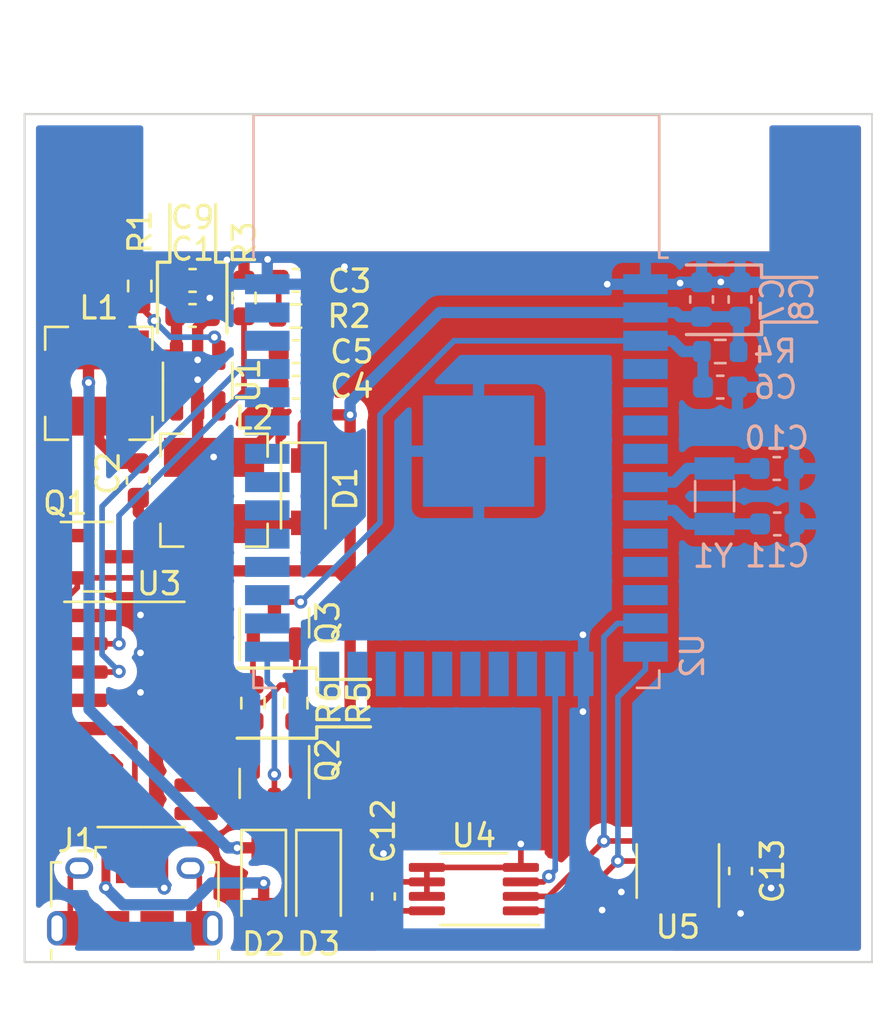
<source format=kicad_pcb>
(kicad_pcb (version 20211014) (generator pcbnew)
  (layers (0 "F.Cu" signal) (31 "B.Cu" signal) (34 "B.Paste" user) (35 "F.Paste" user) (36 "B.SilkS" user "B.Silkscreen") (37 "F.SilkS" user "F.Silkscreen") (38 "B.Mask" user) (39 "F.Mask" user) (44 "Edge.Cuts" user))
  (net 0 "")
  (net 1 "GND")
  (net 2 "Net-(C2-Pad1)")
  (net 3 "Net-(C2-Pad2)")
  (net 4 "/3v3")
  (net 5 "Net-(C3-Pad2)")
  (net 6 "/ESP_EN")
  (net 7 "Net-(R1-Pad2)")
  (net 12 "Net-(C10-Pad1)")
  (net 13 "Net-(C11-Pad1)")
  (net 25 "/USB_5v")
  (net 33 "Net-(J1-Pad2)")
  (net 34 "Net-(J1-Pad3)")
  (net 38 "unconnected-(J1-Pad6)")
  (net 39 "Net-(Q1-Pad2)")
  (net 40 "Net-(Q2-Pad1)")
  (net 41 "/DTR")
  (net 42 "/IO0")
  (net 43 "Net-(Q3-Pad1)")
  (net 44 "/RTS")
  (net 45 "/ESP_RX")
  (net 46 "/ESP_TX")
  (net 54 "/I2C1_SDA")
  (net 55 "/I2C1_SCL")
  (net 56 "/TEMP_INT")
  (net 57 "/B+")
  (net 58 "/Vin")
  (footprint "Resistor_SMD:R_0603_1608Metric" (layer "F.Cu") (at 75.692 64.5668 -90)
    (fp_text reference "R5" (at 0 -2.827 90) (layer "F.SilkS"))
    (fp_text value "10k")
    (pad "1" smd roundrect (at -0.825 0 270) (size 0.8 0.95) (layers "F.Cu" "F.Paste" "F.Mask") (net 44 "/RTS"))
    (pad "2" smd roundrect (at 0.825 0 270) (size 0.8 0.95) (layers "F.Cu" "F.Paste" "F.Mask") (net 40 "Net-(Q2-Pad1)"))
  )
  (footprint "Resistor_SMD:R_0603_1608Metric" (layer "F.Cu") (at 73.3587 46.3625 90)
    (fp_text reference "R3" (at 2.4638 0.0178 90) (layer "F.SilkS"))
    (fp_text value "10.2k")
    (pad "1" smd roundrect (at -0.825 0 90) (size 0.8 0.95) (layers "F.Cu" "F.Paste" "F.Mask") (net 5 "Net-(C3-Pad2)"))
    (pad "2" smd roundrect (at 0.825 0 90) (size 0.8 0.95) (layers "F.Cu" "F.Paste" "F.Mask") (net 1 "GND"))
  )
  (footprint "Capacitor_SMD:C_0603_1608Metric" (layer "F.Cu") (at 71.0473 47.1499)
    (fp_text reference "C1" (at 0 -2.9794) (layer "F.SilkS"))
    (fp_text value "22uF")
    (pad "1" smd roundrect (at -0.775 0) (size 0.9 0.95) (layers "F.Cu" "F.Paste" "F.Mask") (net 58 "/Vin"))
    (pad "2" smd roundrect (at 0.775 0) (size 0.9 0.95) (layers "F.Cu" "F.Paste" "F.Mask") (net 1 "GND"))
  )
  (footprint "Package_SO:MSOP-8_3x3mm_P0.65mm" (layer "F.Cu") (at 83.693 72.9234 180)
    (fp_text reference "U4" (at 0 2.4014) (layer "F.SilkS"))
    (fp_text value "LM75B")
    (pad "1" smd roundrect (at -2.1125 -0.975 180) (size 1.625 0.4) (layers "F.Cu" "F.Paste" "F.Mask") (net 54 "/I2C1_SDA"))
    (pad "2" smd roundrect (at -2.1125 -0.325 180) (size 1.625 0.4) (layers "F.Cu" "F.Paste" "F.Mask") (net 55 "/I2C1_SCL"))
    (pad "3" smd roundrect (at -2.1125 0.325 180) (size 1.625 0.4) (layers "F.Cu" "F.Paste" "F.Mask") (net 56 "/TEMP_INT"))
    (pad "4" smd roundrect (at -2.1125 0.975 180) (size 1.625 0.4) (layers "F.Cu" "F.Paste" "F.Mask") (net 1 "GND"))
    (pad "5" smd roundrect (at 2.1125 0.975 180) (size 1.625 0.4) (layers "F.Cu" "F.Paste" "F.Mask") (net 1 "GND"))
    (pad "6" smd roundrect (at 2.1125 0.325 180) (size 1.625 0.4) (layers "F.Cu" "F.Paste" "F.Mask") (net 1 "GND"))
    (pad "7" smd roundrect (at 2.1125 -0.325 180) (size 1.625 0.4) (layers "F.Cu" "F.Paste" "F.Mask") (net 1 "GND"))
    (pad "8" smd roundrect (at 2.1125 -0.975 180) (size 1.625 0.4) (layers "F.Cu" "F.Paste" "F.Mask") (net 4 "/3v3"))
  )
  (footprint "Capacitor_SMD:C_0603_1608Metric" (layer "F.Cu") (at 75.6955 45.5751 180)
    (fp_text reference "C3" (at -2.413 -0.033) (layer "F.SilkS"))
    (fp_text value "2.2uF")
    (pad "1" smd roundrect (at -0.775 0 180) (size 0.9 0.95) (layers "F.Cu" "F.Paste" "F.Mask") (net 4 "/3v3"))
    (pad "2" smd roundrect (at 0.775 0 180) (size 0.9 0.95) (layers "F.Cu" "F.Paste" "F.Mask") (net 5 "Net-(C3-Pad2)"))
  )
  (footprint "Diode_SMD:D_SOD-123F" (layer "F.Cu") (at 76.7114 72.4662 -90)
    (fp_text reference "D3" (at 2.9176 0.0034) (layer "F.SilkS"))
    (fp_text value "1A/20V")
    (pad "1" smd rect (at -1.4 0 270) (size 1.1 1.1) (layers "F.Cu" "F.Paste" "F.Mask") (net 58 "/Vin"))
    (pad "2" smd rect (at 1.4 0 270) (size 1.1 1.1) (layers "F.Cu" "F.Paste" "F.Mask") (net 57 "/B+"))
  )
  (footprint "Package_TO_SOT_SMD:SOT-23" (layer "F.Cu") (at 66.802 57.9882)
    (fp_text reference "Q1" (at -1.4732 -2.4006) (layer "F.SilkS"))
    (fp_text value "Q_NPN_BEC")
    (pad "1" smd roundrect (at -0.9375 -0.95) (size 1.475 0.6) (layers "F.Cu" "F.Paste" "F.Mask") (net 25 "/USB_5v"))
    (pad "2" smd roundrect (at -0.9375 0.95) (size 1.475 0.6) (layers "F.Cu" "F.Paste" "F.Mask") (net 39 "Net-(Q1-Pad2)"))
    (pad "3" smd roundrect (at 0.9375 0) (size 1.475 0.6) (layers "F.Cu" "F.Paste" "F.Mask") (net 4 "/3v3"))
  )
  (footprint "Capacitor_SMD:C_0603_1608Metric" (layer "F.Cu") (at 95.6818 72.1106 -90)
    (fp_text reference "C13" (at 0 -1.43 90) (layer "F.SilkS"))
    (fp_text value "4.7uF")
    (pad "1" smd roundrect (at -0.775 0 270) (size 0.9 0.95) (layers "F.Cu" "F.Paste" "F.Mask") (net 4 "/3v3"))
    (pad "2" smd roundrect (at 0.775 0 270) (size 0.9 0.95) (layers "F.Cu" "F.Paste" "F.Mask") (net 1 "GND"))
  )
  (footprint "Resistor_SMD:R_0603_1608Metric" (layer "F.Cu") (at 68.6741 45.8251 -90)
    (fp_text reference "R1" (at -2.4384 -0.0076 90) (layer "F.SilkS"))
    (fp_text value "100k")
    (pad "1" smd roundrect (at -0.825 0 270) (size 0.8 0.95) (layers "F.Cu" "F.Paste" "F.Mask") (net 58 "/Vin"))
    (pad "2" smd roundrect (at 0.825 0 270) (size 0.8 0.95) (layers "F.Cu" "F.Paste" "F.Mask") (net 7 "Net-(R1-Pad2)"))
  )
  (footprint "Package_TO_SOT_SMD:SOT-23" (layer "F.Cu") (at 74.7268 60.96 90)
    (fp_text reference "Q3" (at 0 2.4006 90) (layer "F.SilkS"))
    (fp_text value "Q_NPN_BEC")
    (pad "1" smd roundrect (at -0.9375 -0.95 90) (size 1.475 0.6) (layers "F.Cu" "F.Paste" "F.Mask") (net 43 "Net-(Q3-Pad1)"))
    (pad "2" smd roundrect (at -0.9375 0.95 90) (size 1.475 0.6) (layers "F.Cu" "F.Paste" "F.Mask") (net 44 "/RTS"))
    (pad "3" smd roundrect (at 0.9375 0 90) (size 1.475 0.6) (layers "F.Cu" "F.Paste" "F.Mask") (net 6 "/ESP_EN"))
  )
  (footprint "ESP_Sensor_Board:HP203B" (layer "F.Cu") (at 92.8624 72.1106 90)
    (fp_text reference "U5" (at -2.5158 0) (layer "F.SilkS"))
    (fp_text value "HP203B")
    (pad "1" smd rect (at -1.35 1.25 90) (size 0.5 0.8) (layers "F.Cu" "F.Paste" "F.Mask"))
    (pad "2" smd rect (at -0.45 1.25 90) (size 0.5 0.8) (layers "F.Cu" "F.Paste" "F.Mask") (net 1 "GND"))
    (pad "3" smd rect (at 0.45 1.25 90) (size 0.5 0.8) (layers "F.Cu" "F.Paste" "F.Mask") (net 4 "/3v3"))
    (pad "4" smd rect (at 1.35 1.25 90) (size 0.5 0.8) (layers "F.Cu" "F.Paste" "F.Mask"))
    (pad "5" smd rect (at 1.35 -1.25 90) (size 0.5 0.8) (layers "F.Cu" "F.Paste" "F.Mask") (net 55 "/I2C1_SCL"))
    (pad "6" smd rect (at 0.45 -1.25 90) (size 0.5 0.8) (layers "F.Cu" "F.Paste" "F.Mask") (net 54 "/I2C1_SDA"))
    (pad "7" smd rect (at -0.45 -1.25 90) (size 0.5 0.8) (layers "F.Cu" "F.Paste" "F.Mask"))
    (pad "8" smd rect (at -1.35 -1.25 90) (size 0.5 0.8) (layers "F.Cu" "F.Paste" "F.Mask") (net 1 "GND"))
  )
  (footprint "Package_TO_SOT_SMD:SOT-23" (layer "F.Cu") (at 74.7268 68.1736 -90)
    (fp_text reference "Q2" (at -1.0414 -2.4 90) (layer "F.SilkS"))
    (fp_text value "Q_NPN_BEC")
    (pad "1" smd roundrect (at -0.9375 -0.95 270) (size 1.475 0.6) (layers "F.Cu" "F.Paste" "F.Mask") (net 40 "Net-(Q2-Pad1)"))
    (pad "2" smd roundrect (at -0.9375 0.95 270) (size 1.475 0.6) (layers "F.Cu" "F.Paste" "F.Mask") (net 41 "/DTR"))
    (pad "3" smd roundrect (at 0.9375 0 270) (size 1.475 0.6) (layers "F.Cu" "F.Paste" "F.Mask") (net 42 "/IO0"))
  )
  (footprint "Capacitor_SMD:C_0603_1608Metric" (layer "F.Cu") (at 75.6955 48.7755 180)
    (fp_text reference "C5" (at -2.5146 -0.0076) (layer "F.SilkS"))
    (fp_text value "100nF")
    (pad "1" smd roundrect (at -0.775 0 180) (size 0.9 0.95) (layers "F.Cu" "F.Paste" "F.Mask") (net 4 "/3v3"))
    (pad "2" smd roundrect (at 0.775 0 180) (size 0.9 0.95) (layers "F.Cu" "F.Paste" "F.Mask") (net 1 "GND"))
  )
  (footprint "ESP_Sensor_Board:L_4.5x3.2" (layer "F.Cu") (at 72.0125 55.0493 90)
    (fp_text reference "L2" (at 3.2984 1.8034) (layer "F.SilkS"))
    (fp_text value "6.8uH/1.2A")
    (pad "1" smd rect (at -1.45 0 90) (size 1.75 4.5) (layers "F.Cu" "F.Paste" "F.Mask") (net 3 "Net-(C2-Pad2)"))
    (pad "2" smd rect (at 1.525 0 90) (size 1.75 4.5) (layers "F.Cu" "F.Paste" "F.Mask") (net 1 "GND"))
  )
  (footprint "Diode_SMD:D_SOD-123F" (layer "F.Cu") (at 76.0222 55.0672 -90)
    (fp_text reference "D1" (at -0.127 -1.905 -90) (layer "F.SilkS"))
    (fp_text value "1A/20V")
    (pad "1" smd rect (at -1.4 0 270) (size 1.1 1.1) (layers "F.Cu" "F.Paste" "F.Mask") (net 4 "/3v3"))
    (pad "2" smd rect (at 1.4 0 270) (size 1.1 1.1) (layers "F.Cu" "F.Paste" "F.Mask") (net 3 "Net-(C2-Pad2)"))
  )
  (footprint "Capacitor_SMD:C_0603_1608Metric" (layer "F.Cu") (at 71.0473 45.5751)
    (fp_text reference "C9" (at 0 -2.827) (layer "F.SilkS"))
    (fp_text value "100nF")
    (pad "1" smd roundrect (at -0.775 0) (size 0.9 0.95) (layers "F.Cu" "F.Paste" "F.Mask") (net 58 "/Vin"))
    (pad "2" smd roundrect (at 0.775 0) (size 0.9 0.95) (layers "F.Cu" "F.Paste" "F.Mask") (net 1 "GND"))
  )
  (footprint "Package_SO:SOIC-16_3.9x9.9mm_P1.27mm" (layer "F.Cu") (at 68.7324 65.0748)
    (fp_text reference "U3" (at 0.8128 -5.8746) (layer "F.SilkS"))
    (fp_text value "CH340C")
    (pad "1" smd roundrect (at -2.475 -4.445) (size 1.95 0.6) (layers "F.Cu" "F.Paste" "F.Mask") (net 1 "GND"))
    (pad "2" smd roundrect (at -2.475 -3.175) (size 1.95 0.6) (layers "F.Cu" "F.Paste" "F.Mask") (net 45 "/ESP_RX"))
    (pad "3" smd roundrect (at -2.475 -1.905) (size 1.95 0.6) (layers "F.Cu" "F.Paste" "F.Mask") (net 46 "/ESP_TX"))
    (pad "4" smd roundrect (at -2.475 -0.635) (size 1.95 0.6) (layers "F.Cu" "F.Paste" "F.Mask") (net 39 "Net-(Q1-Pad2)"))
    (pad "5" smd roundrect (at -2.475 0.635) (size 1.95 0.6) (layers "F.Cu" "F.Paste" "F.Mask") (net 34 "Net-(J1-Pad3)"))
    (pad "6" smd roundrect (at -2.475 1.905) (size 1.95 0.6) (layers "F.Cu" "F.Paste" "F.Mask") (net 33 "Net-(J1-Pad2)"))
    (pad "7" smd roundrect (at -2.475 3.175) (size 1.95 0.6) (layers "F.Cu" "F.Paste" "F.Mask"))
    (pad "8" smd roundrect (at -2.475 4.445) (size 1.95 0.6) (layers "F.Cu" "F.Paste" "F.Mask"))
    (pad "9" smd roundrect (at 2.475 4.445) (size 1.95 0.6) (layers "F.Cu" "F.Paste" "F.Mask"))
    (pad "10" smd roundrect (at 2.475 3.175) (size 1.95 0.6) (layers "F.Cu" "F.Paste" "F.Mask"))
    (pad "11" smd roundrect (at 2.475 1.905) (size 1.95 0.6) (layers "F.Cu" "F.Paste" "F.Mask"))
    (pad "12" smd roundrect (at 2.475 0.635) (size 1.95 0.6) (layers "F.Cu" "F.Paste" "F.Mask"))
    (pad "13" smd roundrect (at 2.475 -0.635) (size 1.95 0.6) (layers "F.Cu" "F.Paste" "F.Mask") (net 41 "/DTR"))
    (pad "14" smd roundrect (at 2.475 -1.905) (size 1.95 0.6) (layers "F.Cu" "F.Paste" "F.Mask") (net 44 "/RTS"))
    (pad "15" smd roundrect (at 2.475 -3.175) (size 1.95 0.6) (layers "F.Cu" "F.Paste" "F.Mask"))
    (pad "16" smd roundrect (at 2.475 -4.445) (size 1.95 0.6) (layers "F.Cu" "F.Paste" "F.Mask") (net 39 "Net-(Q1-Pad2)"))
  )
  (footprint "Diode_SMD:D_SOD-123F" (layer "F.Cu") (at 74.2442 72.4662 -90)
    (fp_text reference "D2" (at 2.921 0) (layer "F.SilkS"))
    (fp_text value "1A/20V")
    (pad "1" smd rect (at -1.4 0 270) (size 1.1 1.1) (layers "F.Cu" "F.Paste" "F.Mask") (net 58 "/Vin"))
    (pad "2" smd rect (at 1.4 0 270) (size 1.1 1.1) (layers "F.Cu" "F.Paste" "F.Mask") (net 25 "/USB_5v"))
  )
  (footprint "ESP_Sensor_Board:L_4.5x3.2" (layer "F.Cu") (at 66.8309 50.1471 -90)
    (fp_text reference "L1" (at -3.342 -0.004 180) (layer "F.SilkS"))
    (fp_text value "6.8uH/1.2A")
    (pad "1" smd rect (at -1.45 0 270) (size 1.75 4.5) (layers "F.Cu" "F.Paste" "F.Mask") (net 58 "/Vin"))
    (pad "2" smd rect (at 1.525 0 270) (size 1.75 4.5) (layers "F.Cu" "F.Paste" "F.Mask") (net 2 "Net-(C2-Pad1)"))
  )
  (footprint "Connector_USB:USB_Micro-B_Amphenol_10118194_Horizontal" (layer "F.Cu") (at 68.453 73.3806)
    (fp_text reference "J1" (at -2.6162 -2.6364) (layer "F.SilkS"))
    (fp_text value "USB_B_Micro")
    (pad "1" smd rect (at -1.3 -1.4) (size 0.4 1.35) (layers "F.Cu" "F.Paste" "F.Mask") (net 25 "/USB_5v"))
    (pad "2" smd rect (at -0.65 -1.4) (size 0.4 1.35) (layers "F.Cu" "F.Paste" "F.Mask") (net 33 "Net-(J1-Pad2)"))
    (pad "3" smd rect (at 0 -1.4) (size 0.4 1.35) (layers "F.Cu" "F.Paste" "F.Mask") (net 34 "Net-(J1-Pad3)"))
    (pad "4" smd rect (at 0.65 -1.4) (size 0.4 1.35) (layers "F.Cu" "F.Paste" "F.Mask"))
    (pad "5" smd rect (at 1.3 -1.4) (size 0.4 1.35) (layers "F.Cu" "F.Paste" "F.Mask") (net 1 "GND"))
    (pad "6" smd rect (at 2.9 1.3) (size 1.2 1.55) (layers "F.Cu" "F.Paste" "F.Mask") (net 38 "unconnected-(J1-Pad6)"))
    (pad "6" thru_hole oval (at 3.5 1.3) (size 0.89 1.55) (drill oval 0.5 1.15) (layers *.Cu *.Mask) (net 38 "unconnected-(J1-Pad6)"))
    (pad "6" thru_hole oval (at -2.5 -1.4) (size 1.25 0.95) (drill oval 0.85 0.55) (layers *.Cu *.Mask) (net 38 "unconnected-(J1-Pad6)"))
    (pad "6" smd rect (at 1 1.3) (size 1.5 1.55) (layers "F.Cu" "F.Paste" "F.Mask") (net 38 "unconnected-(J1-Pad6)"))
    (pad "6" thru_hole oval (at -3.5 1.3) (size 0.89 1.55) (drill oval 0.5 1.15) (layers *.Cu *.Mask) (net 38 "unconnected-(J1-Pad6)"))
    (pad "6" thru_hole oval (at 2.5 -1.4) (size 1.25 0.95) (drill oval 0.85 0.55) (layers *.Cu *.Mask) (net 38 "unconnected-(J1-Pad6)"))
    (pad "6" smd rect (at -1 1.3) (size 1.5 1.55) (layers "F.Cu" "F.Paste" "F.Mask") (net 38 "unconnected-(J1-Pad6)"))
    (pad "6" smd rect (at -2.9 1.3) (size 1.2 1.55) (layers "F.Cu" "F.Paste" "F.Mask") (net 38 "unconnected-(J1-Pad6)"))
  )
  (footprint "Capacitor_SMD:C_0603_1608Metric" (layer "F.Cu") (at 68.6089 54.5667 -90)
    (fp_text reference "C2" (at -0.3302 1.364 90) (layer "F.SilkS"))
    (fp_text value "2.2uF")
    (pad "1" smd roundrect (at -0.775 0 270) (size 0.9 0.95) (layers "F.Cu" "F.Paste" "F.Mask") (net 2 "Net-(C2-Pad1)"))
    (pad "2" smd roundrect (at 0.775 0 270) (size 0.9 0.95) (layers "F.Cu" "F.Paste" "F.Mask") (net 3 "Net-(C2-Pad2)"))
  )
  (footprint "Capacitor_SMD:C_0603_1608Metric" (layer "F.Cu") (at 79.629 73.2536 90)
    (fp_text reference "C12" (at 2.9464 -0.0076 90) (layer "F.SilkS"))
    (fp_text value "100nF")
    (pad "1" smd roundrect (at -0.775 0 90) (size 0.9 0.95) (layers "F.Cu" "F.Paste" "F.Mask") (net 4 "/3v3"))
    (pad "2" smd roundrect (at 0.775 0 90) (size 0.9 0.95) (layers "F.Cu" "F.Paste" "F.Mask") (net 1 "GND"))
  )
  (footprint "Package_TO_SOT_SMD:SOT-23-5" (layer "F.Cu") (at 71.2759 50.0709 90)
    (fp_text reference "U1" (at 0 2.286 90) (layer "F.SilkS"))
    (fp_text value "LMR62421XMF")
    (pad "1" smd roundrect (at -1.1375 -0.95 90) (size 1.325 0.6) (layers "F.Cu" "F.Paste" "F.Mask") (net 2 "Net-(C2-Pad1)"))
    (pad "2" smd roundrect (at -1.1375 0 90) (size 1.325 0.6) (layers "F.Cu" "F.Paste" "F.Mask") (net 1 "GND"))
    (pad "3" smd roundrect (at -1.1375 0.95 90) (size 1.325 0.6) (layers "F.Cu" "F.Paste" "F.Mask") (net 5 "Net-(C3-Pad2)"))
    (pad "4" smd roundrect (at 1.1375 0.95 90) (size 1.325 0.6) (layers "F.Cu" "F.Paste" "F.Mask") (net 7 "Net-(R1-Pad2)"))
    (pad "5" smd roundrect (at 1.1375 -0.95 90) (size 1.325 0.6) (layers "F.Cu" "F.Paste" "F.Mask") (net 58 "/Vin"))
  )
  (footprint "Resistor_SMD:R_0603_1608Metric" (layer "F.Cu") (at 73.7616 64.5668 90)
    (fp_text reference "R6" (at 0 3.4214 90) (layer "F.SilkS"))
    (fp_text value "10k")
    (pad "1" smd roundrect (at -0.825 0 90) (size 0.8 0.95) (layers "F.Cu" "F.Paste" "F.Mask") (net 41 "/DTR"))
    (pad "2" smd roundrect (at 0.825 0 90) (size 0.8 0.95) (layers "F.Cu" "F.Paste" "F.Mask") (net 43 "Net-(Q3-Pad1)"))
  )
  (footprint "Capacitor_SMD:C_0603_1608Metric" (layer "F.Cu") (at 75.6955 50.3757 180)
    (fp_text reference "C4" (at -2.5146 0.0432) (layer "F.SilkS"))
    (fp_text value "10uF")
    (pad "1" smd roundrect (at -0.775 0 180) (size 0.9 0.95) (layers "F.Cu" "F.Paste" "F.Mask") (net 4 "/3v3"))
    (pad "2" smd roundrect (at 0.775 0 180) (size 0.9 0.95) (layers "F.Cu" "F.Paste" "F.Mask") (net 1 "GND"))
  )
  (footprint "Resistor_SMD:R_0603_1608Metric" (layer "F.Cu") (at 75.6955 47.1753 180)
    (fp_text reference "R2" (at -2.3876 -0.0076) (layer "F.SilkS"))
    (fp_text value "16.5k")
    (pad "1" smd roundrect (at -0.825 0 180) (size 0.8 0.95) (layers "F.Cu" "F.Paste" "F.Mask") (net 4 "/3v3"))
    (pad "2" smd roundrect (at 0.825 0 180) (size 0.8 0.95) (layers "F.Cu" "F.Paste" "F.Mask") (net 5 "Net-(C3-Pad2)"))
  )
  (footprint "Capacitor_SMD:C_0603_1608Metric" (layer "B.Cu") (at 94.7674 50.3682)
    (fp_text reference "C6" (at 2.4892 0.0076) (layer "B.SilkS") (effects (justify mirror)))
    (fp_text value "1uF")
    (pad "1" smd roundrect (at -0.775 0) (size 0.9 0.95) (layers "B.Cu" "B.Paste" "B.Mask") (net 6 "/ESP_EN"))
    (pad "2" smd roundrect (at 0.775 0) (size 0.9 0.95) (layers "B.Cu" "B.Paste" "B.Mask") (net 1 "GND"))
  )
  (footprint "Capacitor_SMD:C_0603_1608Metric" (layer "B.Cu") (at 97.3328 56.515)
    (fp_text reference "C11" (at 0 1.43) (layer "B.SilkS") (effects (justify mirror)))
    (fp_text value "15pF")
    (pad "1" smd roundrect (at -0.775 0) (size 0.9 0.95) (layers "B.Cu" "B.Paste" "B.Mask") (net 13 "Net-(C11-Pad1)"))
    (pad "2" smd roundrect (at 0.775 0) (size 0.9 0.95) (layers "B.Cu" "B.Paste" "B.Mask") (net 1 "GND"))
  )
  (footprint "Capacitor_SMD:C_0603_1608Metric" (layer "B.Cu") (at 95.6564 46.4312 90)
    (fp_text reference "C8" (at 0 2.7762 90) (layer "B.SilkS") (effects (justify mirror)))
    (fp_text value "100nF")
    (pad "1" smd roundrect (at -0.775 0 90) (size 0.9 0.95) (layers "B.Cu" "B.Paste" "B.Mask") (net 4 "/3v3"))
    (pad "2" smd roundrect (at 0.775 0 90) (size 0.9 0.95) (layers "B.Cu" "B.Paste" "B.Mask") (net 1 "GND"))
  )
  (footprint "Resistor_SMD:R_0603_1608Metric" (layer "B.Cu") (at 94.7674 48.768 180)
    (fp_text reference "R4" (at -2.4638 0.0076) (layer "B.SilkS") (effects (justify mirror)))
    (fp_text value "10k")
    (pad "1" smd roundrect (at -0.825 0 180) (size 0.8 0.95) (layers "B.Cu" "B.Paste" "B.Mask") (net 4 "/3v3"))
    (pad "2" smd roundrect (at 0.825 0 180) (size 0.8 0.95) (layers "B.Cu" "B.Paste" "B.Mask") (net 6 "/ESP_EN"))
  )
  (footprint "Crystal:Crystal_SMD_3215-2Pin_3.2x1.5mm" (layer "B.Cu") (at 94.5134 55.2704 -90)
    (fp_text reference "Y1" (at 2.6924 0.0696) (layer "B.SilkS") (effects (justify mirror)))
    (fp_text value "32.768kHz")
    (pad "1" smd rect (at 1.25 0 270) (size 1 1.8) (layers "B.Cu" "B.Paste" "B.Mask") (net 13 "Net-(C11-Pad1)"))
    (pad "2" smd rect (at -1.25 0 270) (size 1 1.8) (layers "B.Cu" "B.Paste" "B.Mask") (net 12 "Net-(C10-Pad1)"))
  )
  (footprint "Capacitor_SMD:C_0603_1608Metric" (layer "B.Cu") (at 97.3074 54.0258)
    (fp_text reference "C10" (at 0 -1.364) (layer "B.SilkS") (effects (justify mirror)))
    (fp_text value "15pF")
    (pad "1" smd roundrect (at -0.775 0) (size 0.9 0.95) (layers "B.Cu" "B.Paste" "B.Mask") (net 12 "Net-(C10-Pad1)"))
    (pad "2" smd roundrect (at 0.775 0) (size 0.9 0.95) (layers "B.Cu" "B.Paste" "B.Mask") (net 1 "GND"))
  )
  (footprint "RF_Module:ESP32-WROOM-32" (layer "B.Cu") (at 82.9056 54.0004 180)
    (fp_text reference "U2" (at -10.61 -8.43 90) (layer "B.SilkS") (effects (justify mirror)))
    (fp_text value "ESP32-WROOM-32D")
    (pad "1" smd rect (at -8.5 8.255 180) (size 2 0.9) (layers "B.Cu" "B.Paste" "B.Mask") (net 1 "GND"))
    (pad "2" smd rect (at -8.5 6.985 180) (size 2 0.9) (layers "B.Cu" "B.Paste" "B.Mask") (net 4 "/3v3"))
    (pad "3" smd rect (at -8.5 5.715 180) (size 2 0.9) (layers "B.Cu" "B.Paste" "B.Mask") (net 6 "/ESP_EN"))
    (pad "4" smd rect (at -8.5 4.445 180) (size 2 0.9) (layers "B.Cu" "B.Paste" "B.Mask"))
    (pad "5" smd rect (at -8.5 3.175 180) (size 2 0.9) (layers "B.Cu" "B.Paste" "B.Mask"))
    (pad "6" smd rect (at -8.5 1.905 180) (size 2 0.9) (layers "B.Cu" "B.Paste" "B.Mask"))
    (pad "7" smd rect (at -8.5 0.635 180) (size 2 0.9) (layers "B.Cu" "B.Paste" "B.Mask"))
    (pad "8" smd rect (at -8.5 -0.635 180) (size 2 0.9) (layers "B.Cu" "B.Paste" "B.Mask") (net 12 "Net-(C10-Pad1)"))
    (pad "9" smd rect (at -8.5 -1.905 180) (size 2 0.9) (layers "B.Cu" "B.Paste" "B.Mask") (net 13 "Net-(C11-Pad1)"))
    (pad "10" smd rect (at -8.5 -3.175 180) (size 2 0.9) (layers "B.Cu" "B.Paste" "B.Mask"))
    (pad "11" smd rect (at -8.5 -4.445 180) (size 2 0.9) (layers "B.Cu" "B.Paste" "B.Mask"))
    (pad "12" smd rect (at -8.5 -5.715 180) (size 2 0.9) (layers "B.Cu" "B.Paste" "B.Mask"))
    (pad "13" smd rect (at -8.5 -6.985 180) (size 2 0.9) (layers "B.Cu" "B.Paste" "B.Mask") (net 55 "/I2C1_SCL"))
    (pad "14" smd rect (at -8.5 -8.255 180) (size 2 0.9) (layers "B.Cu" "B.Paste" "B.Mask") (net 54 "/I2C1_SDA"))
    (pad "15" smd rect (at -5.715 -9.255 90) (size 2 0.9) (layers "B.Cu" "B.Paste" "B.Mask") (net 1 "GND"))
    (pad "16" smd rect (at -4.445 -9.255 90) (size 2 0.9) (layers "B.Cu" "B.Paste" "B.Mask") (net 56 "/TEMP_INT"))
    (pad "17" smd rect (at -3.175 -9.255 90) (size 2 0.9) (layers "B.Cu" "B.Paste" "B.Mask"))
    (pad "18" smd rect (at -1.905 -9.255 90) (size 2 0.9) (layers "B.Cu" "B.Paste" "B.Mask"))
    (pad "19" smd rect (at -0.635 -9.255 90) (size 2 0.9) (layers "B.Cu" "B.Paste" "B.Mask"))
    (pad "20" smd rect (at 0.635 -9.255 90) (size 2 0.9) (layers "B.Cu" "B.Paste" "B.Mask"))
    (pad "21" smd rect (at 1.905 -9.255 90) (size 2 0.9) (layers "B.Cu" "B.Paste" "B.Mask"))
    (pad "22" smd rect (at 3.175 -9.255 90) (size 2 0.9) (layers "B.Cu" "B.Paste" "B.Mask"))
    (pad "23" smd rect (at 4.445 -9.255 90) (size 2 0.9) (layers "B.Cu" "B.Paste" "B.Mask"))
    (pad "24" smd rect (at 5.715 -9.255 90) (size 2 0.9) (layers "B.Cu" "B.Paste" "B.Mask"))
    (pad "25" smd rect (at 8.5 -8.255 180) (size 2 0.9) (layers "B.Cu" "B.Paste" "B.Mask") (net 42 "/IO0"))
    (pad "26" smd rect (at 8.5 -6.985 180) (size 2 0.9) (layers "B.Cu" "B.Paste" "B.Mask"))
    (pad "27" smd rect (at 8.5 -5.715 180) (size 2 0.9) (layers "B.Cu" "B.Paste" "B.Mask"))
    (pad "28" smd rect (at 8.5 -4.445 180) (size 2 0.9) (layers "B.Cu" "B.Paste" "B.Mask"))
    (pad "29" smd rect (at 8.5 -3.175 180) (size 2 0.9) (layers "B.Cu" "B.Paste" "B.Mask"))
    (pad "30" smd rect (at 8.5 -1.905 180) (size 2 0.9) (layers "B.Cu" "B.Paste" "B.Mask"))
    (pad "31" smd rect (at 8.5 -0.635 180) (size 2 0.9) (layers "B.Cu" "B.Paste" "B.Mask"))
    (pad "32" smd rect (at 8.5 0.635 180) (size 2 0.9) (layers "B.Cu" "B.Paste" "B.Mask"))
    (pad "33" smd rect (at 8.5 1.905 180) (size 2 0.9) (layers "B.Cu" "B.Paste" "B.Mask"))
    (pad "34" smd rect (at 8.5 3.175 180) (size 2 0.9) (layers "B.Cu" "B.Paste" "B.Mask") (net 45 "/ESP_RX"))
    (pad "35" smd rect (at 8.5 4.445 180) (size 2 0.9) (layers "B.Cu" "B.Paste" "B.Mask") (net 46 "/ESP_TX"))
    (pad "36" smd rect (at 8.5 5.715 180) (size 2 0.9) (layers "B.Cu" "B.Paste" "B.Mask"))
    (pad "37" smd rect (at 8.5 6.985 180) (size 2 0.9) (layers "B.Cu" "B.Paste" "B.Mask"))
    (pad "38" smd rect (at 8.5 8.255 180) (size 2 0.9) (layers "B.Cu" "B.Paste" "B.Mask") (net 1 "GND"))
    (pad "39" smd rect (at -1 0.755 180) (size 5 5) (layers "B.Cu" "B.Paste" "B.Mask") (net 1 "GND"))
  )
  (footprint "Capacitor_SMD:C_0603_1608Metric" (layer "B.Cu") (at 93.9292 46.4312 90)
    (fp_text reference "C7" (at 0 3.1826 90) (layer "B.SilkS") (effects (justify mirror)))
    (fp_text value "22uF")
    (pad "1" smd roundrect (at -0.775 0 90) (size 0.9 0.95) (layers "B.Cu" "B.Paste" "B.Mask") (net 4 "/3v3"))
    (pad "2" smd roundrect (at 0.775 0 90) (size 0.9 0.95) (layers "B.Cu" "B.Paste" "B.Mask") (net 1 "GND"))
  )
  (gr_line (start 96.6256 45.4406) (end 99.1148 45.4406) (layer "B.SilkS") (width 0.15))
  (gr_line (start 96.6256 47.4472) (end 99.1108 47.4472) (layer "B.SilkS") (width 0.15))
  (gr_line (start 93.2474 48.006) (end 96.6256 48.006) (layer "B.SilkS") (width 0.15))
  (gr_line (start 96.6256 44.8818) (end 96.6256 45.4406) (layer "B.SilkS") (width 0.15))
  (gr_line (start 96.6256 48.006) (end 96.6256 47.4472) (layer "B.SilkS") (width 0.15))
  (gr_line (start 93.2474 44.8818) (end 96.6256 44.8818) (layer "B.SilkS") (width 0.15))
  (gr_line (start 76.6318 62.992) (end 73.0504 62.992) (layer "F.SilkS") (width 0.15))
  (gr_line (start 72.5932 44.7548) (end 72.0852 44.7548) (layer "F.SilkS") (width 0.15))
  (gr_line (start 70.0278 42.164) (end 70.0278 44.7548) (layer "F.SilkS") (width 0.15))
  (gr_line (start 79.0448 65.6336) (end 76.6318 65.6336) (layer "F.SilkS") (width 0.15))
  (gr_line (start 76.6318 65.6336) (end 76.6318 66.1416) (layer "F.SilkS") (width 0.15))
  (gr_line (start 72.0852 44.7548) (end 72.0852 42.164) (layer "F.SilkS") (width 0.15))
  (gr_line (start 76.6318 63.5) (end 76.6318 62.992) (layer "F.SilkS") (width 0.15))
  (gr_line (start 69.469 44.7548) (end 69.469 47.9298) (layer "F.SilkS") (width 0.15))
  (gr_line (start 76.6318 66.1416) (end 73.0504 66.1416) (layer "F.SilkS") (width 0.15))
  (gr_line (start 72.5932 47.9298) (end 72.5932 44.7548) (layer "F.SilkS") (width 0.15))
  (gr_line (start 79.0448 63.5) (end 76.6318 63.5) (layer "F.SilkS") (width 0.15))
  (gr_line (start 70.0278 44.7548) (end 69.469 44.7548) (layer "F.SilkS") (width 0.15))
  (gr_line (start 63.5 38.1) (end 101.6 38.1) (layer "Edge.Cuts") (width 0.1))
  (gr_line (start 63.5 76.2) (end 63.5 38.1) (layer "Edge.Cuts") (width 0.1))
  (gr_line (start 101.6 38.1) (end 101.6 76.2) (layer "Edge.Cuts") (width 0.1))
  (gr_line (start 101.6 76.2) (end 63.5 76.2) (layer "Edge.Cuts") (width 0.1))
  (segment (start 74.9205 48.7755) (end 74.9205 50.3757) (width 0.508) (layer "F.Cu") (net 1))
  (segment (start 71.8223 45.5751) (end 71.8223 46.3639) (width 0.508) (layer "F.Cu") (net 1))
  (segment (start 71.2759 51.2084) (end 71.2759 52.7877) (width 0.508) (layer "F.Cu") (net 1))
  (segment (start 71.8223 47.1499) (end 71.2759 47.6963) (width 0.508) (layer "F.Cu") (net 1))
  (segment (start 71.2759 50.0345) (end 71.2759 51.2084) (width 0.508) (layer "F.Cu") (net 1))
  (segment (start 94.7094 72.5606) (end 95.0344 72.8856) (width 0.508) (layer "F.Cu") (net 1))
  (segment (start 69.753 72.8518) (end 69.753 71.9806) (width 0.254) (layer "F.Cu") (net 1))
  (segment (start 81.5805 71.9484) (end 85.8055 71.9484) (width 0.254) (layer "F.Cu") (net 1))
  (segment (start 71.2759 52.7877) (end 71.9948 53.5066) (width 0.508) (layer "F.Cu") (net 1))
  (segment (start 73.3995 53.5243) (end 74.9205 52.0033) (width 0.508) (layer "F.Cu") (net 1))
  (segment (start 85.8055 71.9484) (end 85.8055 70.8957) (width 0.254) (layer "F.Cu") (net 1))
  (segment (start 69.753 71.9806) (end 69.753 70.7944) (width 0.254) (layer "F.Cu") (net 1))
  (segment (start 94.1124 72.5606) (end 94.7094 72.5606) (width 0.508) (layer "F.Cu") (net 1))
  (segment (start 74.9205 52.0033) (end 74.9205 50.3757) (width 0.508) (layer "F.Cu") (net 1))
  (segment (start 95.0344 72.8856) (end 95.6818 72.8856) (width 0.508) (layer "F.Cu") (net 1))
  (segment (start 81.5805 71.9484) (end 81.5805 73.2484) (width 0.254) (layer "F.Cu") (net 1))
  (segment (start 71.2759 49.1455) (end 71.2759 50.0345) (width 0.508) (layer "F.Cu") (net 1))
  (segment (start 81.5805 72.5984) (end 79.7488 72.5984) (width 0.254) (layer "F.Cu") (net 1))
  (segment (start 71.8223 45.5751) (end 73.3211 45.5751) (width 0.508) (layer "F.Cu") (net 1))
  (segment (start 73.3211 45.5751) (end 73.3587 45.5375) (width 0.508) (layer "F.Cu") (net 1))
  (segment (start 71.8223 46.3639) (end 71.8223 47.1499) (width 0.508) (layer "F.Cu") (net 1))
  (segment (start 69.7738 72.8726) (end 69.753 72.8518) (width 0.254) (layer "F.Cu") (net 1))
  (segment (start 85.8055 70.8957) (end 85.8012 70.8914) (width 0.254) (layer "F.Cu") (net 1))
  (segment (start 71.2759 47.6963) (end 71.2759 49.1455) (width 0.508) (layer "F.Cu") (net 1))
  (segment (start 71.9948 53.5066) (end 72.0125 53.5243) (width 0.508) (layer "F.Cu") (net 1))
  (segment (start 72.0125 53.5243) (end 73.3995 53.5243) (width 0.508) (layer "F.Cu") (net 1))
  (segment (start 79.7488 72.5984) (end 79.629 72.4786) (width 0.254) (layer "F.Cu") (net 1))
  (via (at 97.0534 72.8726) (size 0.6) (drill 0.3) (layers "F.Cu" "B.Cu") (net 1))
  (via (at 71.2759 49.1455) (size 0.6) (drill 0.3) (layers "F.Cu" "B.Cu") (net 1))
  (via (at 68.707 62.3062) (size 0.6) (drill 0.3) (layers "F.Cu" "B.Cu") (net 1))
  (via (at 77.8764 44.958) (size 0.6) (drill 0.3) (layers "F.Cu" "B.Cu") (net 1))
  (via (at 89.4588 73.8632) (size 0.6) (drill 0.3) (layers "F.Cu" "B.Cu") (net 1))
  (via (at 95.6818 74.0156) (size 0.6) (drill 0.3) (layers "F.Cu" "B.Cu") (net 1))
  (via (at 90.3224 73.0504) (size 0.6) (drill 0.3) (layers "F.Cu" "B.Cu") (net 1))
  (via (at 72.5932 44.6532) (size 0.6) (drill 0.3) (layers "F.Cu" "B.Cu") (net 1))
  (via (at 71.9948 53.5066) (size 0.6) (drill 0.3) (layers "F.Cu" "B.Cu") (net 1))
  (via (at 79.629 71.3232) (size 0.6) (drill 0.3) (layers "F.Cu" "B.Cu") (net 1))
  (via (at 92.964 45.6946) (size 0.6) (drill 0.3) (layers "F.Cu" "B.Cu") (net 1))
  (via (at 89.6874 45.7454) (size 0.6) (drill 0.3) (layers "F.Cu" "B.Cu") (net 1))
  (via (at 71.2759 50.0345) (size 0.6) (drill 0.3) (layers "F.Cu" "B.Cu") (net 1))
  (via (at 74.422 44.6278) (size 0.6) (drill 0.3) (layers "F.Cu" "B.Cu") (net 1))
  (via (at 68.707 60.6044) (size 0.6) (drill 0.3) (layers "F.Cu" "B.Cu") (net 1))
  (via (at 68.707 64.0842) (size 0.6) (drill 0.3) (layers "F.Cu" "B.Cu") (net 1))
  (via (at 85.8012 70.8914) (size 0.6) (drill 0.3) (layers "F.Cu" "B.Cu") (net 1))
  (via (at 94.7928 45.6438) (size 0.6) (drill 0.3) (layers "F.Cu" "B.Cu") (net 1))
  (via (at 88.5952 61.4934) (size 0.6) (drill 0.3) (layers "F.Cu" "B.Cu") (net 1))
  (via (at 88.5952 64.9478) (size 0.6) (drill 0.3) (layers "F.Cu" "B.Cu") (net 1))
  (via (at 71.8223 46.3639) (size 0.6) (drill 0.3) (layers "F.Cu" "B.Cu") (net 1))
  (via (at 69.7738 72.8726) (size 0.6) (drill 0.3) (layers "F.Cu" "B.Cu") (net 1))
  (segment (start 67.8593 53.7917) (end 66.8309 52.7633) (width 0.508) (layer "F.Cu") (net 2))
  (segment (start 68.6089 53.7917) (end 67.8593 53.7917) (width 0.508) (layer "F.Cu") (net 2))
  (segment (start 69.8336 51.2084) (end 69.3699 51.6721) (width 0.508) (layer "F.Cu") (net 2))
  (segment (start 69.3699 51.6721) (end 66.8309 51.6721) (width 0.508) (layer "F.Cu") (net 2))
  (segment (start 66.8309 52.7633) (end 66.8309 51.6721) (width 0.508) (layer "F.Cu") (net 2))
  (segment (start 70.3259 51.2084) (end 69.8336 51.2084) (width 0.508) (layer "F.Cu") (net 2))
  (segment (start 68.6089 55.9891) (end 69.1191 56.4993) (width 0.508) (layer "F.Cu") (net 3))
  (segment (start 69.1191 56.4993) (end 72.0125 56.4993) (width 0.508) (layer "F.Cu") (net 3))
  (segment (start 68.6089 55.3417) (end 68.6089 55.9891) (width 0.508) (layer "F.Cu") (net 3))
  (segment (start 75.9901 56.4993) (end 76.0222 56.4672) (width 0.508) (layer "F.Cu") (net 3))
  (segment (start 72.0125 56.4993) (end 75.9901 56.4993) (width 0.508) (layer "F.Cu") (net 3))
  (segment (start 80.1116 75.1332) (end 79.629 74.6506) (width 0.508) (layer "F.Cu") (net 4))
  (segment (start 76.4321 50.4141) (end 76.4705 50.3757) (width 0.508) (layer "F.Cu") (net 4))
  (segment (start 79.629 74.0286) (end 78.8038 74.0286) (width 0.508) (layer "F.Cu") (net 4))
  (segment (start 91.8464 75.1332) (end 80.1116 75.1332) (width 0.508) (layer "F.Cu") (net 4))
  (segment (start 76.0222 52.07) (end 76.4705 51.6217) (width 0.508) (layer "F.Cu") (net 4))
  (segment (start 95.6818 71.3356) (end 95.009 71.3356) (width 0.508) (layer "F.Cu") (net 4))
  (segment (start 76.4705 50.3757) (end 76.4705 48.7755) (width 0.508) (layer "F.Cu") (net 4))
  (segment (start 76.4705 47.2253) (end 76.5205 47.1753) (width 0.508) (layer "F.Cu") (net 4))
  (segment (start 79.629 74.6506) (end 79.629 74.0286) (width 0.508) (layer "F.Cu") (net 4))
  (segment (start 76.4705 51.6217) (end 76.4705 51.2153) (width 0.508) (layer "F.Cu") (net 4))
  (segment (start 76.4883 51.2153) (end 76.8858 51.6128) (width 0.508) (layer "F.Cu") (net 4))
  (segment (start 78.1304 73.3552) (end 78.1304 59.7408) (width 0.508) (layer "F.Cu") (net 4))
  (segment (start 79.7592 73.8984) (end 79.629 74.0286) (width 0.254) (layer "F.Cu") (net 4))
  (segment (start 76.0222 53.6672) (end 76.0222 52.07) (width 0.508) (layer "F.Cu") (net 4))
  (segment (start 67.7395 57.9882) (end 70.7898 57.9882) (width 0.508) (layer "F.Cu") (net 4))
  (segment (start 78.8038 74.0286) (end 78.1304 73.3552) (width 0.508) (layer "F.Cu") (net 4))
  (segment (start 78.1304 59.2074) (end 78.1304 58.0644) (width 0.508) (layer "F.Cu") (net 4))
  (segment (start 76.8858 51.6128) (end 76.4794 51.6128) (width 0.508) (layer "F.Cu") (net 4))
  (segment (start 93.455378 71.6606) (end 92.7862 72.329778) (width 0.508) (layer "F.Cu") (net 4))
  (segment (start 76.4794 51.6128) (end 76.4705 51.6217) (width 0.508) (layer "F.Cu") (net 4))
  (segment (start 76.4705 51.2153) (end 76.4883 51.2153) (width 0.508) (layer "F.Cu") (net 4))
  (segment (start 76.5205 47.1753) (end 76.5205 45.6251) (width 0.508) (layer "F.Cu") (net 4))
  (segment (start 76.8858 51.6128) (end 78.1304 51.6128) (width 0.508) (layer "F.Cu") (net 4))
  (segment (start 77.5716 58.6232) (end 78.1304 58.0644) (width 0.508) (layer "F.Cu") (net 4))
  (segment (start 92.7862 72.329778) (end 92.7862 74.1934) (width 0.508) (layer "F.Cu") (net 4))
  (segment (start 78.1304 58.0644) (end 78.1304 51.6128) (width 0.508) (layer "F.Cu") (net 4))
  (segment (start 92.7862 74.1934) (end 91.8464 75.1332) (width 0.508) (layer "F.Cu") (net 4))
  (segment (start 76.4705 48.7755) (end 76.4705 47.2253) (width 0.508) (layer "F.Cu") (net 4))
  (segment (start 95.009 71.3356) (end 94.684 71.6606) (width 0.508) (layer "F.Cu") (net 4))
  (segment (start 76.4705 51.2153) (end 76.4705 50.3757) (width 0.508) (layer "F.Cu") (net 4))
  (segment (start 76.5205 45.6251) (end 76.4705 45.5751) (width 0.508) (layer "F.Cu") (net 4))
  (segment (start 94.684 71.6606) (end 94.1124 71.6606) (width 0.508) (layer "F.Cu") (net 4))
  (segment (start 77.5716 58.6232) (end 78.1304 59.182) (width 0.508) (layer "F.Cu") (net 4))
  (segment (start 78.1304 59.182) (end 78.1304 59.2074) (width 0.508) (layer "F.Cu") (net 4))
  (segment (start 70.7898 57.9882) (end 71.4248 58.6232) (width 0.508) (layer "F.Cu") (net 4))
  (segment (start 78.1304 59.7408) (end 78.1304 59.2074) (width 0.508) (layer "F.Cu") (net 4))
  (segment (start 71.4248 58.6232) (end 77.5716 58.6232) (width 0.508) (layer "F.Cu") (net 4))
  (segment (start 94.1124 71.6606) (end 93.455378 71.6606) (width 0.508) (layer "F.Cu") (net 4))
  (segment (start 81.5805 73.8984) (end 79.7592 73.8984) (width 0.254) (layer "F.Cu") (net 4))
  (via (at 78.1304 51.6128) (size 0.6) (drill 0.3) (layers "F.Cu" "B.Cu") (net 4))
  (segment (start 95.6564 47.2062) (end 93.9292 47.2062) (width 0.508) (layer "B.Cu") (net 4))
  (segment (start 91.4056 47.0154) (end 82.1563 47.0154) (width 0.508) (layer "B.Cu") (net 4))
  (segment (start 78.1304 51.6128) (end 78.1304 51.0413) (width 0.508) (layer "B.Cu") (net 4))
  (segment (start 95.5924 48.768) (end 95.5924 47.2702) (width 0.508) (layer "B.Cu") (net 4))
  (segment (start 92.964 47.2062) (end 92.7732 47.0154) (width 0.508) (layer "B.Cu") (net 4))
  (segment (start 78.1304 51.0413) (end 82.1563 47.0154) (width 0.508) (layer "B.Cu") (net 4))
  (segment (start 93.9292 47.2062) (end 92.964 47.2062) (width 0.508) (layer "B.Cu") (net 4))
  (segment (start 95.5924 47.2702) (end 95.6564 47.2062) (width 0.508) (layer "B.Cu") (net 4))
  (segment (start 92.7732 47.0154) (end 91.4056 47.0154) (width 0.508) (layer "B.Cu") (net 4))
  (segment (start 73.3587 50.5425) (end 72.6928 51.2084) (width 0.254) (layer "F.Cu") (net 5))
  (segment (start 74.9205 47.1253) (end 74.8705 47.1753) (width 0.254) (layer "F.Cu") (net 5))
  (segment (start 73.3587 47.1875) (end 73.3587 50.5425) (width 0.254) (layer "F.Cu") (net 5))
  (segment (start 74.9205 45.5751) (end 74.9205 47.1253) (width 0.254) (layer "F.Cu") (net 5))
  (segment (start 74.8705 47.1753) (end 73.3709 47.1753) (width 0.254) (layer "F.Cu") (net 5))
  (segment (start 72.6928 51.2084) (end 72.2259 51.2084) (width 0.254) (layer "F.Cu") (net 5))
  (segment (start 73.3709 47.1753) (end 73.3587 47.1875) (width 0.254) (layer "F.Cu") (net 5))
  (segment (start 75.902802 60.0225) (end 75.905102 60.0202) (width 0.254) (layer "F.Cu") (net 6))
  (segment (start 74.7268 60.0225) (end 75.902802 60.0225) (width 0.254) (layer "F.Cu") (net 6))
  (via (at 75.905102 60.0202) (size 0.6) (drill 0.3) (layers "F.Cu" "B.Cu") (net 6))
  (segment (start 93.9924 48.818) (end 93.9424 48.768) (width 0.508) (layer "B.Cu") (net 6))
  (segment (start 75.905102 60.0202) (end 79.4766 56.448702) (width 0.254) (layer "B.Cu") (net 6))
  (segment (start 79.4766 51.6128) (end 82.804 48.2854) (width 0.254) (layer "B.Cu") (net 6))
  (segment (start 91.4056 48.2854) (end 92.6084 48.2854) (width 0.508) (layer "B.Cu") (net 6))
  (segment (start 93.091 48.768) (end 93.9424 48.768) (width 0.508) (layer "B.Cu") (net 6))
  (segment (start 92.6084 48.2854) (end 93.091 48.768) (width 0.508) (layer "B.Cu") (net 6))
  (segment (start 82.804 48.2854) (end 91.4056 48.2854) (width 0.254) (layer "B.Cu") (net 6))
  (segment (start 79.4766 56.448702) (end 79.4766 51.6128) (width 0.254) (layer "B.Cu") (net 6))
  (segment (start 93.9924 50.3682) (end 93.9924 48.818) (width 0.508) (layer "B.Cu") (net 6))
  (segment (start 68.6741 46.736381) (end 69.3228 47.385081) (width 0.254) (layer "F.Cu") (net 7))
  (segment (start 68.6741 46.6501) (end 68.6741 46.736381) (width 0.254) (layer "F.Cu") (net 7))
  (segment (start 72.2259 48.3209) (end 72.2259 48.9334) (width 0.254) (layer "F.Cu") (net 7))
  (segment (start 72.0294 48.1244) (end 72.2259 48.3209) (width 0.254) (layer "F.Cu") (net 7))
  (via (at 72.0294 48.1244) (size 0.6) (drill 0.3) (layers "F.Cu" "B.Cu") (net 7))
  (via (at 69.3228 47.385081) (size 0.6) (drill 0.3) (layers "F.Cu" "B.Cu") (net 7))
  (segment (start 72.0294 48.1244) (end 70.062119 48.1244) (width 0.254) (layer "B.Cu") (net 7))
  (segment (start 70.062119 48.1244) (end 69.3228 47.385081) (width 0.254) (layer "B.Cu") (net 7))
  (segment (start 96.5324 54.0258) (end 94.5188 54.0258) (width 0.508) (layer "B.Cu") (net 12))
  (segment (start 93.2996 54.0204) (end 92.6846 54.6354) (width 0.508) (layer "B.Cu") (net 12))
  (segment (start 94.5188 54.0258) (end 94.5134 54.0204) (width 0.508) (layer "B.Cu") (net 12))
  (segment (start 92.6846 54.6354) (end 91.4056 54.6354) (width 0.508) (layer "B.Cu") (net 12))
  (segment (start 94.5134 54.0204) (end 93.2996 54.0204) (width 0.508) (layer "B.Cu") (net 12))
  (segment (start 93.2996 56.5204) (end 92.6846 55.9054) (width 0.508) (layer "B.Cu") (net 13))
  (segment (start 94.5134 56.5204) (end 93.2996 56.5204) (width 0.508) (layer "B.Cu") (net 13))
  (segment (start 92.6846 55.9054) (end 91.4056 55.9054) (width 0.508) (layer "B.Cu") (net 13))
  (segment (start 96.5578 56.515) (end 94.5188 56.515) (width 0.508) (layer "B.Cu") (net 13))
  (segment (start 94.5188 56.515) (end 94.5134 56.5204) (width 0.508) (layer "B.Cu") (net 13))
  (segment (start 67.153 71.9806) (end 67.153 71.1408) (width 0.254) (layer "F.Cu") (net 25))
  (segment (start 66.5734 70.5612) (end 65.2272 70.5612) (width 0.254) (layer "F.Cu") (net 25))
  (segment (start 67.153 71.9806) (end 67.153 72.844137) (width 0.254) (layer "F.Cu") (net 25))
  (segment (start 64.3636 57.5818) (end 64.9072 57.0382) (width 0.254) (layer "F.Cu") (net 25))
  (segment (start 65.2272 70.5612) (end 64.3636 69.6976) (width 0.254) (layer "F.Cu") (net 25))
  (segment (start 67.153 71.1408) (end 66.5734 70.5612) (width 0.254) (layer "F.Cu") (net 25))
  (segment (start 74.2442 73.8662) (end 74.2442 72.644) (width 0.508) (layer "F.Cu") (net 25))
  (segment (start 64.9072 57.0382) (end 65.8645 57.0382) (width 0.254) (layer "F.Cu") (net 25))
  (segment (start 64.3636 69.6976) (end 64.3636 57.5818) (width 0.254) (layer "F.Cu") (net 25))
  (segment (start 67.153 72.844137) (end 67.144152 72.852985) (width 0.254) (layer "F.Cu") (net 25))
  (via (at 74.2442 72.644) (size 0.6) (drill 0.3) (layers "F.Cu" "B.Cu") (net 25))
  (via (at 67.144152 72.852985) (size 0.6) (drill 0.3) (layers "F.Cu" "B.Cu") (net 25))
  (segment (start 70.925289 73.626111) (end 67.917278 73.626111) (width 0.508) (layer "B.Cu") (net 25))
  (segment (start 74.2442 72.644) (end 71.9074 72.644) (width 0.508) (layer "B.Cu") (net 25))
  (segment (start 71.9074 72.644) (end 70.925289 73.626111) (width 0.508) (layer "B.Cu") (net 25))
  (segment (start 67.917278 73.626111) (end 67.144152 72.852985) (width 0.508) (layer "B.Cu") (net 25))
  (segment (start 67.803 67.3458) (end 67.437 66.9798) (width 0.254) (layer "F.Cu") (net 33))
  (segment (start 67.803 71.9806) (end 67.803 67.3458) (width 0.254) (layer "F.Cu") (net 33))
  (segment (start 67.437 66.9798) (end 66.2574 66.9798) (width 0.254) (layer "F.Cu") (net 33))
  (segment (start 68.453 66.3448) (end 67.818 65.7098) (width 0.254) (layer "F.Cu") (net 34))
  (segment (start 67.818 65.7098) (end 66.2574 65.7098) (width 0.254) (layer "F.Cu") (net 34))
  (segment (start 68.453 71.9806) (end 68.453 66.3448) (width 0.254) (layer "F.Cu") (net 34))
  (segment (start 71.353 74.6806) (end 71.353 72.3806) (width 0.25) (layer "F.Cu") (net 38))
  (segment (start 71.953 74.6806) (end 64.953 74.6806) (width 0.25) (layer "F.Cu") (net 38))
  (segment (start 65.553 74.6806) (end 65.553 72.3806) (width 0.25) (layer "F.Cu") (net 38))
  (segment (start 71.353 72.3806) (end 70.953 71.9806) (width 0.25) (layer "F.Cu") (net 38))
  (segment (start 65.553 72.3806) (end 65.953 71.9806) (width 0.25) (layer "F.Cu") (net 38))
  (segment (start 64.81712 60.421179) (end 65.8645 59.373799) (width 0.254) (layer "F.Cu") (net 39))
  (segment (start 66.2574 64.4398) (end 65.1256 64.4398) (width 0.254) (layer "F.Cu") (net 39))
  (segment (start 65.1256 64.4398) (end 64.81712 64.13132) (width 0.254) (layer "F.Cu") (net 39))
  (segment (start 64.81712 64.13132) (end 64.81712 60.421179) (width 0.254) (layer "F.Cu") (net 39))
  (segment (start 65.8645 59.373799) (end 65.8645 58.9382) (width 0.254) (layer "F.Cu") (net 39))
  (segment (start 65.8645 58.9382) (end 70.1396 58.9382) (width 0.254) (layer "F.Cu") (net 39))
  (segment (start 71.2074 60.006) (end 71.2074 60.6298) (width 0.254) (layer "F.Cu") (net 39))
  (segment (start 70.1396 58.9382) (end 71.2074 60.006) (width 0.254) (layer "F.Cu") (net 39))
  (segment (start 75.6768 67.2361) (end 75.6768 65.407) (width 0.254) (layer "F.Cu") (net 40))
  (segment (start 75.6768 65.407) (end 75.692 65.3918) (width 0.254) (layer "F.Cu") (net 40))
  (segment (start 73.7768 67.2361) (end 73.7768 65.407) (width 0.254) (layer "F.Cu") (net 41))
  (segment (start 72.3646 64.4398) (end 71.2074 64.4398) (width 0.254) (layer "F.Cu") (net 41))
  (segment (start 73.7616 65.3918) (end 73.3166 65.3918) (width 0.254) (layer "F.Cu") (net 41))
  (segment (start 73.7768 65.407) (end 73.7616 65.3918) (width 0.254) (layer "F.Cu") (net 41))
  (segment (start 73.3166 65.3918) (end 72.3646 64.4398) (width 0.254) (layer "F.Cu") (net 41))
  (segment (start 74.7268 69.1111) (end 74.7268 67.7672) (width 0.254) (layer "F.Cu") (net 42))
  (via (at 74.7268 67.7672) (size 0.6) (drill 0.3) (layers "F.Cu" "B.Cu") (net 42))
  (segment (start 74.7268 67.7672) (end 74.7268 63.9318) (width 0.254) (layer "B.Cu") (net 42))
  (segment (start 74.7268 63.9318) (end 74.4056 63.6106) (width 0.254) (layer "B.Cu") (net 42))
  (segment (start 74.4056 63.6106) (end 74.4056 62.2554) (width 0.254) (layer "B.Cu") (net 42))
  (segment (start 73.7616 63.7418) (end 73.7616 61.9127) (width 0.254) (layer "F.Cu") (net 43))
  (segment (start 73.7616 61.9127) (end 73.7768 61.8975) (width 0.254) (layer "F.Cu") (net 43))
  (segment (start 75.692 63.7418) (end 75.692 61.9127) (width 0.254) (layer "F.Cu") (net 44))
  (segment (start 73.2282 64.5414) (end 74.2188 64.5414) (width 0.254) (layer "F.Cu") (net 44))
  (segment (start 75.6798 63.754) (end 75.692 63.7418) (width 0.254) (layer "F.Cu") (net 44))
  (segment (start 71.2074 63.1698) (end 71.8566 63.1698) (width 0.254) (layer "F.Cu") (net 44))
  (segment (start 75.692 61.9127) (end 75.6768 61.8975) (width 0.254) (layer "F.Cu") (net 44))
  (segment (start 71.8566 63.1698) (end 73.2282 64.5414) (width 0.254) (layer "F.Cu") (net 44))
  (segment (start 74.2188 64.5414) (end 75.0062 63.754) (width 0.254) (layer "F.Cu") (net 44))
  (segment (start 75.0062 63.754) (end 75.6798 63.754) (width 0.254) (layer "F.Cu") (net 44))
  (segment (start 66.2574 61.8998) (end 67.7418 61.8998) (width 0.254) (layer "F.Cu") (net 45))
  (via (at 67.7418 61.8998) (size 0.6) (drill 0.3) (layers "F.Cu" "B.Cu") (net 45))
  (segment (start 73.0504 50.8254) (end 74.4056 50.8254) (width 0.254) (layer "B.Cu") (net 45))
  (segment (start 67.7418 56.134) (end 73.0504 50.8254) (width 0.254) (layer "B.Cu") (net 45))
  (segment (start 67.7418 61.8998) (end 67.7418 56.134) (width 0.254) (layer "B.Cu") (net 45))
  (segment (start 66.2574 63.1698) (end 67.7164 63.1698) (width 0.254) (layer "F.Cu") (net 46))
  (segment (start 67.7164 63.1698) (end 67.7418 63.1444) (width 0.254) (layer "F.Cu") (net 46))
  (via (at 67.7418 63.1444) (size 0.6) (drill 0.3) (layers "F.Cu" "B.Cu") (net 46))
  (segment (start 67.7418 63.1444) (end 66.9798 62.3824) (width 0.254) (layer "B.Cu") (net 46))
  (segment (start 66.9798 62.3824) (end 66.9798 55.7276) (width 0.254) (layer "B.Cu") (net 46))
  (segment (start 66.9798 55.7276) (end 73.152 49.5554) (width 0.254) (layer "B.Cu") (net 46))
  (segment (start 73.152 49.5554) (end 74.4056 49.5554) (width 0.254) (layer "B.Cu") (net 46))
  (segment (start 87.925 73.8984) (end 85.8055 73.8984) (width 0.254) (layer "F.Cu") (net 54))
  (segment (start 91.6124 71.6606) (end 90.1628 71.6606) (width 0.254) (layer "F.Cu") (net 54))
  (segment (start 90.1628 71.6606) (end 87.925 73.8984) (width 0.254) (layer "F.Cu") (net 54))
  (via (at 90.1628 71.6606) (size 0.6) (drill 0.3) (layers "F.Cu" "B.Cu") (net 54))
  (segment (start 90.17 71.6534) (end 90.1628 71.6606) (width 0.254) (layer "B.Cu") (net 54))
  (segment (start 90.17 64.2874) (end 90.17 71.6534) (width 0.254) (layer "B.Cu") (net 54))
  (segment (start 91.4056 62.2554) (end 91.4056 63.0518) (width 0.254) (layer "B.Cu") (net 54))
  (segment (start 91.4056 63.0518) (end 90.17 64.2874) (width 0.254) (layer "B.Cu") (net 54))
  (segment (start 89.5388 70.7606) (end 91.6124 70.7606) (width 0.254) (layer "F.Cu") (net 55))
  (segment (start 87.051 73.2484) (end 89.5388 70.7606) (width 0.254) (layer "F.Cu") (net 55))
  (segment (start 85.8055 73.2484) (end 87.051 73.2484) (width 0.254) (layer "F.Cu") (net 55))
  (via (at 89.5388 70.7606) (size 0.6) (drill 0.3) (layers "F.Cu" "B.Cu") (net 55))
  (segment (start 91.4056 60.9854) (end 90.1446 60.9854) (width 0.254) (layer "B.Cu") (net 55))
  (segment (start 89.535 61.595) (end 89.535 70.7568) (width 0.254) (layer "B.Cu") (net 55))
  (segment (start 89.535 70.7568) (end 89.5388 70.7606) (width 0.254) (layer "B.Cu") (net 55))
  (segment (start 90.1446 60.9854) (end 89.535 61.595) (width 0.254) (layer "B.Cu") (net 55))
  (segment (start 85.8055 72.5984) (end 86.814994 72.5984) (width 0.254) (layer "F.Cu") (net 56))
  (segment (start 86.814994 72.5984) (end 87.059997 72.353397) (width 0.254) (layer "F.Cu") (net 56))
  (via (at 87.059997 72.353397) (size 0.6) (drill 0.3) (layers "F.Cu" "B.Cu") (net 56))
  (segment (start 87.3506 72.062794) (end 87.059997 72.353397) (width 0.254) (layer "B.Cu") (net 56))
  (segment (start 87.3506 63.2554) (end 87.3506 72.062794) (width 0.254) (layer "B.Cu") (net 56))
  (segment (start 70.3259 48.9334) (end 70.3259 47.2035) (width 0.508) (layer "F.Cu") (net 58))
  (segment (start 70.3259 48.9334) (end 67.0672 48.9334) (width 0.508) (layer "F.Cu") (net 58))
  (segment (start 68.6741 45.0001) (end 69.6973 45.0001) (width 0.508) (layer "F.Cu") (net 58))
  (segment (start 66.3702 50.165) (end 66.3702 49.1578) (width 0.508) (layer "F.Cu") (net 58))
  (segment (start 66.3702 49.1578) (end 66.8309 48.6971) (width 0.508) (layer "F.Cu") (net 58))
  (segment (start 70.3259 47.2035) (end 70.2723 47.1499) (width 0.508) (layer "F.Cu") (net 58))
  (segment (start 73.0504 71.0692) (end 73.0534 71.0662) (width 0.508) (layer "F.Cu") (net 58))
  (segment (start 70.2723 47.1499) (end 70.2723 45.5751) (width 0.508) (layer "F.Cu") (net 58))
  (segment (start 76.7114 71.0662) (end 74.2442 71.0662) (width 0.508) (layer "F.Cu") (net 58))
  (segment (start 73.0534 71.0662) (end 74.2442 71.0662) (width 0.508) (layer "F.Cu") (net 58))
  (segment (start 69.6973 45.0001) (end 70.2723 45.5751) (width 0.508) (layer "F.Cu") (net 58))
  (segment (start 67.0672 48.9334) (end 66.8309 48.6971) (width 0.508) (layer "F.Cu") (net 58))
  (via (at 66.3702 50.165) (size 0.6) (drill 0.3) (layers "F.Cu" "B.Cu") (net 58))
  (via (at 73.0504 71.0692) (size 0.6) (drill 0.3) (layers "F.Cu" "B.Cu") (net 58))
  (segment (start 72.6186 71.0692) (end 66.3956 64.8462) (width 0.508) (layer "B.Cu") (net 58))
  (segment (start 66.3956 64.8462) (end 66.3956 50.1904) (width 0.508) (layer "B.Cu") (net 58))
  (segment (start 66.3956 50.1904) (end 66.3702 50.165) (width 0.508) (layer "B.Cu") (net 58))
  (segment (start 73.0504 71.0692) (end 72.6186 71.0692) (width 0.508) (layer "B.Cu") (net 58))
  (zone (net 1) (net_name "GND") (layers F&B.Cu) (connect_pads (clearance 0.508)) (min_thickness 0.254) (fill yes (thermal_gap 0.508) (thermal_bridge_width 0.508))
    (polygon (pts (xy 101.6 76.2) (xy 63.5 76.2) (xy 63.5 38.1) (xy 101.6 38.1)))
  )
  (zone (net 0) (net_name "") (layers F&B.Cu) (connect_pads (clearance 0)) (min_thickness 0.254)
    (keepout (tracks not_allowed) (vias not_allowed) (pads not_allowed) (copperpour not_allowed) (footprints allowed))
    (fill (thermal_gap 0.508) (thermal_bridge_width 0.508))
    (polygon (pts (xy 96.9772 44.2722) (xy 68.834 44.2722) (xy 68.834 33.1724) (xy 96.9772 33.1724)))
  )
  (zone (net 0) (net_name "") (layers F&B.Cu) (connect_pads (clearance 0)) (min_thickness 0.254)
    (keepout (tracks allowed) (vias not_allowed) (pads allowed) (copperpour not_allowed) (footprints allowed))
    (fill (thermal_gap 0.508) (thermal_bridge_width 0.508))
    (polygon (pts (xy 86.873271 74.687727) (xy 80.523271 74.687727) (xy 80.523271 71.182527) (xy 86.873271 71.182527)))
  )
)
</source>
